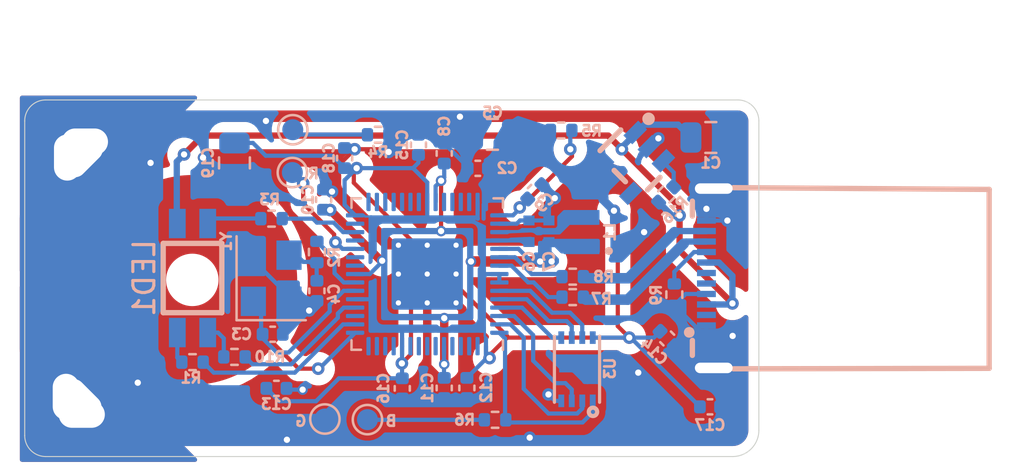
<source format=kicad_pcb>
(kicad_pcb (version 20241229) (generator "pcbnew") (generator_version "9.0")
  (layers (0 "F.Cu" signal) (2 "B.Cu" signal) (13 "F.Paste" user) (15 "B.Paste" user) (5 "F.SilkS" user "F.Silkscreen") (7 "B.SilkS" user "B.Silkscreen") (1 "F.Mask" user) (3 "B.Mask" user) (25 "Edge.Cuts" user))
  (net 0 "")
  (net 1 "VBUS")
  (net 2 "GND")
  (net 3 "+3V3")
  (net 4 "/XIN")
  (net 5 "Net-(C4-Pad1)")
  (net 6 "+1V1")
  (net 7 "/VREG_AVDD")
  (net 8 "/~{USB_BOOT}")
  (net 9 "Net-(R4-Pad1)")
  (net 10 "/RUN")
  (net 11 "/VREG_LX")
  (net 12 "/USB_D+")
  (net 13 "/USB_D-")
  (net 14 "/XOUT")
  (net 15 "/FLASH_SS")
  (net 16 "Net-(U1-USB_DP)")
  (net 17 "Net-(U1-USB_DM)")
  (net 18 "/GPIO2")
  (net 19 "/GPIO22")
  (net 20 "/GPIO5")
  (net 21 "/GPIO17")
  (net 22 "/GPIO19")
  (net 23 "/GPIO3")
  (net 24 "/SWCLK")
  (net 25 "/GPIO23")
  (net 26 "/QSPI_SD2")
  (net 27 "/GPIO21")
  (net 28 "/GPIO15")
  (net 29 "/GPIO8")
  (net 30 "/GPIO9")
  (net 31 "/GPIO27_ADC1")
  (net 32 "/GPIO26_ADC0")
  (net 33 "/GPIO28_ADC2")
  (net 34 "/QSPI_SCLK")
  (net 35 "/GPIO6")
  (net 36 "/QSPI_SD1")
  (net 37 "/GPIO12")
  (net 38 "/GPIO14")
  (net 39 "/GPIO13")
  (net 40 "/GPIO24")
  (net 41 "/GPIO11")
  (net 42 "/SWD")
  (net 43 "/GPIO10")
  (net 44 "/GPIO1")
  (net 45 "/GPIO4")
  (net 46 "/GPIO20")
  (net 47 "/GPIO0")
  (net 48 "/GPIO29_ADC3")
  (net 49 "/GPIO7")
  (net 50 "/QSPI_SD0")
  (net 51 "/GPIO16")
  (net 52 "/GPIO18")
  (net 53 "/QSPI_SD3")
  (net 54 "/GPIO25")
  (net 55 "Net-(USB1-CC1)")
  (net 59 "/3V3_EN")
  (net 61 "Net-(LED1---Pad3)")
  (net 62 "Net-(LED1---Pad4)")
  (net 63 "Net-(LED1---Pad1)")
  (footprint "Components:Button" (layer "F.Cu") (at 191.50226 97.823165)
    (property "Reference" "J1")
    (property "Value" "Button")
  )
  (footprint "Components:Keychain" (layer "F.Cu") (at 185.78 94.995)
    (property "Reference" "H1")
    (property "Value" "Keychain")
  )
  (footprint "Capacitor_SMD:C_0402_1005Metric" (layer "B.Cu") (at 202.27 100.64 90)
    (property "Reference" "C15")
    (property "Value" "100n")
  )
  (footprint "Resistor_SMD:R_0402_1005Metric" (layer "B.Cu") (at 191.5 111)
    (property "Reference" "R1")
    (property "Value" "220")
  )
  (footprint "Resistor_SMD:R_0402_1005Metric" (layer "B.Cu") (at 197.43 105.75 -90)
    (property "Reference" "R2")
    (property "Value" "1k")
  )
  (footprint "Capacitor_SMD:C_0402_1005Metric" (layer "B.Cu") (at 203.5 101.05 90)
    (property "Reference" "C8")
    (property "Value" "100n")
  )
  (footprint "Capacitor_SMD:C_0402_1005Metric" (layer "B.Cu") (at 197.43 107.6 -90)
    (property "Reference" "C4")
    (property "Value" "15p")
  )
  (footprint "Resistor_SMD:R_0402_1005Metric" (layer "B.Cu") (at 214.47 107.78 90)
    (property "Reference" "R9")
    (property "Value" "5.1k")
  )
  (footprint "TestPoint:TestPoint_Pad_D1.0mm" (layer "B.Cu") (at 196.26 101.96)
    (property "Reference" "TP2")
    (property "Value" "RESET")
  )
  (footprint "Capacitor_SMD:C_0402_1005Metric" (layer "B.Cu") (at 203.5 112.23 -90)
    (property "Reference" "C11")
    (property "Value" "100n")
  )
  (footprint "Capacitor_SMD:C_0402_1005Metric" (layer "B.Cu") (at 204.58 112.23 -90)
    (property "Reference" "C12")
    (property "Value" "100n")
  )
  (footprint "RP2350_60QFN_minimal:RP2350-QFN-60-1EP_7x7_P0.4mm_EP3.4x3.4mm_ThermalVias" (layer "B.Cu") (at 202.69 106.8 90)
    (property "Reference" "U1")
    (property "Value" "RP2350_60QFN")
  )
  (footprint "RP2350_60QFN_minimal:C_0402_1005Metric_small_pads" (layer "B.Cu") (at 207.54 104.76 90)
    (property "Reference" "C6")
    (property "Value" "4.7u")
  )
  (footprint "TestPoint:TestPoint_Pad_D1.0mm" (layer "B.Cu") (at 199.84 113.74)
    (property "Reference" "TP4")
    (property "Value" "BOOT_TP")
  )
  (footprint "RP2350_60QFN_minimal:L_pol_2016" (layer "B.Cu") (at 210.05 104.799947 90)
    (property "Reference" "L1")
    (property "Value" "3.3u")
  )
  (footprint "Capacitor_SMD:C_0402_1005Metric" (layer "B.Cu") (at 214.13 109.87 -45)
    (property "Reference" "C14")
    (property "Value" "100n")
  )
  (footprint "Capacitor_SMD:C_0402_1005Metric" (layer "B.Cu") (at 216.17 113.13)
    (property "Reference" "C17")
    (property "Value" "100n")
  )
  (footprint "Resistor_SMD:R_0402_1005Metric" (layer "B.Cu") (at 214.08 103.01 45)
    (property "Reference" "R16")
    (property "Value" "10k")
  )
  (footprint "Resistor_SMD:R_0402_1005Metric" (layer "B.Cu") (at 209.625 107.9 180)
    (property "Reference" "R7")
    (property "Value" "27")
  )
  (footprint "Resistor_SMD:R_0402_1005Metric" (layer "B.Cu") (at 209.625 106.925 180)
    (property "Reference" "R8")
    (property "Value" "27")
  )
  (footprint "Capacitor_SMD:C_0805_2012Metric" (layer "B.Cu") (at 216.21 100.29)
    (property "Reference" "C1")
    (property "Value" "10u")
  )
  (footprint "Resistor_SMD:R_0402_1005Metric" (layer "B.Cu") (at 205.925 113.75 180)
    (property "Reference" "R6")
    (property "Value" "1k")
  )
  (footprint "TestPoint:TestPoint_Pad_D1.0mm" (layer "B.Cu") (at 197.81 113.71)
    (property "Reference" "TP3")
    (property "Value" "GND_TP")
  )
  (footprint "Resistor_SMD:R_0402_1005Metric" (layer "B.Cu") (at 209.075 99.95)
    (property "Reference" "R5")
    (property "Value" "33")
  )
  (footprint "Capacitor_SMD:C_0402_1005Metric" (layer "B.Cu") (at 207.82 102.88 45)
    (property "Reference" "C9")
    (property "Value" "4.7u")
  )
  (footprint "Capacitor_SMD:C_0402_1005Metric" (layer "B.Cu") (at 198.75 101.27 90)
    (property "Reference" "C18")
    (property "Value" "100n")
  )
  (footprint "Capacitor_SMD:C_0402_1005Metric" (layer "B.Cu") (at 205.1 101.76 180)
    (property "Reference" "C2")
    (property "Value" "100n")
  )
  (footprint "Capacitor_SMD:C_0402_1005Metric" (layer "B.Cu") (at 197.75 103.25 90)
    (property "Reference" "C10")
    (property "Value" "4.7u")
  )
  (footprint "Capacitor_SMD:C_0402_1005Metric" (layer "B.Cu") (at 195.5 112.25)
    (property "Reference" "C13")
    (property "Value" "100n")
  )
  (footprint "Resistor_SMD:R_0402_1005Metric" (layer "B.Cu") (at 195.266481 104.158983)
    (property "Reference" "R3")
    (property "Value" "1k")
  )
  (footprint "Crystal:Crystal_SMD_3225-4Pin_3.2x2.5mm" (layer "B.Cu") (at 195.25 107 90)
    (property "Reference" "Y1")
    (property "Value" "ABM8-272-T3")
  )
  (footprint "TestPoint:TestPoint_Pad_D1.0mm" (layer "B.Cu") (at 196.28 99.92 180)
    (property "Reference" "TP1")
    (property "Value" "GND_TP_2")
  )
  (footprint "Capacitor_SMD:C_0805_2012Metric" (layer "B.Cu") (at 205.8 100.14 180)
    (property "Reference" "C5")
    (property "Value" "10u")
  )
  (footprint "Components:LED-SMD_4P-L3.2-W2.8_XZMDKCBDDG45S-9" (layer "B.Cu") (at 191.5 106.99 -90)
    (property "Reference" "LED1")
    (property "Value" "~")
  )
  (footprint "Capacitor_SMD:C_0402_1005Metric" (layer "B.Cu") (at 201.5 112.25 -90)
    (property "Reference" "C16")
    (property "Value" "100n")
  )
  (footprint "Resistor_SMD:R_0402_1005Metric" (layer "B.Cu") (at 193.5 110.75)
    (property "Reference" "R10")
    (property "Value" "1k")
  )
  (footprint "Capacitor_SMD:C_0805_2012Metric" (layer "B.Cu") (at 193.5 101.5 -90)
    (property "Reference" "C19")
    (property "Value" "10u")
  )
  (footprint "RP2350_60QFN_minimal:C_0402_1005Metric_small_pads" (layer "B.Cu") (at 208.49 104.76 90)
    (property "Reference" "C7")
    (property "Value" "4.7u")
  )
  (footprint "Components:USON-8_L3.0-W2.0-P0.50-BL-EP" (layer "B.Cu") (at 209.83025 111.337751 180)
    (property "Reference" "U3")
    (property "Value" "~")
  )
  (footprint "USB-C:USB-C-SMD_U261-121N-4BS2S" (layer "B.Cu") (at 216.5 107 -90)
    (property "Reference" "USB1")
    (property "Value" "~")
  )
  (footprint "Capacitor_SMD:C_0402_1005Metric" (layer "B.Cu") (at 195.32 109.67)
    (property "Reference" "C3")
    (property "Value" "15p")
  )
  (footprint "Resistor_SMD:R_0402_1005Metric" (layer "B.Cu") (at 200.35 100.16)
    (property "Reference" "R4")
    (property "Value" "1k")
  )
  (footprint "Components:SOT-23-5_L2.9-W1.6-P0.95-LS2.8-BR" (layer "B.Cu") (at 212.5 101.5 45)
    (property "Reference" "U2")
    (property "Value" "TPS7A2033PDBVR")
  )
  (gr_arc (start 183.5 99.5) (mid 183.792893 98.792893) (end 184.5 98.5) (stroke (width 0.05)) (layer "Edge.Cuts"))
  (gr_line (start 184.5 115.5) (end 217.25 115.5) (stroke (width 0.05)) (layer "Edge.Cuts"))
  (gr_line (start 218.5 114.25) (end 218.5 99.5) (stroke (width 0.05)) (layer "Edge.Cuts"))
  (gr_line (start 183.5 99.5) (end 183.5 114.5) (stroke (width 0.05)) (layer "Edge.Cuts"))
  (gr_arc (start 217.5 98.5) (mid 218.207107 98.792893) (end 218.5 99.5) (stroke (width 0.05)) (layer "Edge.Cuts"))
  (gr_line (start 217.5 98.5) (end 184.5 98.5) (stroke (width 0.05)) (layer "Edge.Cuts"))
  (gr_arc (start 184.5 115.5) (mid 183.792893 115.207107) (end 183.5 114.5) (stroke (width 0.05)) (layer "Edge.Cuts"))
  (gr_arc (start 218.5 114.25) (mid 218.133883 115.133883) (end 217.25 115.5) (stroke (width 0.05)) (layer "Edge.Cuts"))
  (gr_text "G" (at 197 114.1 0) (layer "B.SilkS") (effects (font (size 0.5 0.5) (thickness 0.125) (bold yes)) (justify left bottom mirror)))
  (gr_text "B" (at 201.3 114.1 0) (layer "B.SilkS") (effects (font (size 0.5 0.5) (thickness 0.125) (bold yes)) (justify left bottom mirror)))
  (gr_text "R" (at 197.6 102.3 0) (layer "B.SilkS") (effects (font (size 0.5 0.5) (thickness 0.125) (bold yes)) (justify left bottom mirror)))
  (segment (start 191.99384 100.199) (end 211.319 100.199) (width 0.3) (layer "F.Cu") (net 1))
  (segment (start 214.72 105.68) (end 217.24 108.2) (width 0.3) (layer "F.Cu") (net 1))
  (segment (start 211.319 100.199) (end 211.97 100.85) (width 0.3) (layer "F.Cu") (net 1))
  (segment (start 214.72 103.6) (end 211.97 100.85) (width 0.3) (layer "F.Cu") (net 1))
  (segment (start 191.09642 101.09642) (end 191.99384 100.199) (width 0.3) (layer "F.Cu") (net 1))
  (segment (start 214.72 103.6) (end 214.72 104.01) (width 0.3) (layer "F.Cu") (net 1))
  (segment (start 214.72 104.01) (end 214.72 105.68) (width 0.3) (layer "F.Cu") (net 1))
  (via (at 191.09642 101.09642) (size 0.6) (drill 0.3) (layers "F.Cu" "B.Cu") (net 1))
  (via (at 211.97 100.85) (size 0.6) (drill 0.3) (layers "F.Cu" "B.Cu") (net 1))
  (via (at 217.24 108.2) (size 0.6) (drill 0.3) (layers "F.Cu" "B.Cu") (net 1))
  (via (at 214.72 104.01) (size 0.6) (drill 0.3) (layers "F.Cu" "B.Cu") (net 1))
  (segment (start 214.649001 99.679) (end 215.260001 100.29) (width 0.3) (layer "B.Cu") (net 1))
  (segment (start 213.047497 99.679) (end 214.649001 99.679) (width 0.3) (layer "B.Cu") (net 1))
  (segment (start 214.72 104.01) (end 214.358752 104.01) (width 0.3) (layer "B.Cu") (net 1))
  (segment (start 217.19 108.25) (end 217.24 108.2) (width 0.3) (layer "B.Cu") (net 1))
  (segment (start 217.24 106.89) (end 217.24 108.2) (width 0.3) (layer "B.Cu") (net 1))
  (segment (start 216.6 106.25) (end 217.24 106.89) (width 0.3) (layer "B.Cu") (net 1))
  (segment (start 212.676066 100.050431) (end 213.047497 99.679) (width 0.3) (layer "B.Cu") (net 1))
  (segment (start 216.000001 106.25) (end 216.6 106.25) (width 0.3) (layer "B.Cu") (net 1))
  (segment (start 190.75 104.365) (end 190.775 104.39) (width 0.3) (layer "B.Cu") (net 1))
  (segment (start 212.606066 100.050431) (end 212.676066 100.050431) (width 0.3) (layer "B.Cu") (net 1))
  (segment (start 216 108.25) (end 217.19 108.25) (width 0.3) (layer "B.Cu") (net 1))
  (segment (start 214.358752 104.01) (end 213.719376 103.370624) (width 0.3) (layer "B.Cu") (net 1))
  (segment (start 211.97 100.756497) (end 212.606066 100.120431) (width 0.3) (layer "B.Cu") (net 1))
  (segment (start 211.97 100.85) (end 211.97 100.756497) (width 0.3) (layer "B.Cu") (net 1))
  (segment (start 191.09642 101.09642) (end 190.75 101.44284) (width 0.3) (layer "B.Cu") (net 1))
  (segment (start 190.75 101.44284) (end 190.75 104.365) (width 0.3) (layer "B.Cu") (net 1))
  (segment (start 212.606066 100.120431) (end 212.606066 100.050431) (width 0.3) (layer "B.Cu") (net 1))
  (segment (start 198.006021 108.454349) (end 198.28537 108.175) (width 0.4) (layer "F.Cu") (net 2))
  (segment (start 197.06 108.54) (end 197.145651 108.454349) (width 0.4) (layer "F.Cu") (net 2))
  (segment (start 201.315 106.8) (end 201.315 105.425) (width 0.4) (layer "F.Cu") (net 2))
  (segment (start 215.9835 110.925001) (end 216.333499 111.275) (width 0.2) (layer "F.Cu") (net 2))
  (segment (start 215.9835 109.75) (end 215.9835 110.000001) (width 0.2) (layer "F.Cu") (net 2))
  (segment (start 204.365 108.475) (end 204.365 112.285) (width 0.4) (layer "F.Cu") (net 2))
  (segment (start 207.575 114.6) (end 206.355 113.38) (width 0.4) (layer "F.Cu") (net 2))
  (segment (start 204.365 112.285) (end 204.064635 112.585365) (width 0.4) (layer "F.Cu") (net 2))
  (segment (start 200.719 100.849) (end 200.85 100.98) (width 0.2) (layer "F.Cu") (net 2))
  (segment (start 206.355 113.38) (end 204.859271 113.38) (width 0.4) (layer "F.Cu") (net 2))
  (segment (start 202.69 106.8) (end 204.64 104.85) (width 0.4) (layer "F.Cu") (net 2))
  (segment (start 202.69 111.210729) (end 204.064635 112.585365) (width 0.4) (layer "F.Cu") (net 2))
  (segment (start 207.1 104.85) (end 208.77 103.18) (width 0.4) (layer "F.Cu") (net 2))
  (segment (start 198.28537 108.175) (end 201.315 108.175) (width 0.4) (layer "F.Cu") (net 2))
  (segment (start 202.69 108.175) (end 202.69 111.210729) (width 0.4) (layer "F.Cu") (net 2))
  (segment (start 198.15 101.929) (end 199.23 100.849) (width 0.2) (layer "F.Cu") (net 2))
  (segment (start 215.9835 110.000001) (end 216.9835 111.000001) (width 0.2) (layer "F.Cu") (net 2))
  (segment (start 204.065 108.175) (end 204.365 108.475) (width 0.4) (layer "F.Cu") (net 2))
  (segment (start 198.15 102.87174) (end 198.17826 102.87174) (width 0.4) (layer "F.Cu") (net 2))
  (segment (start 202.69 108.175) (end 204.065 108.175) (width 0.4) (layer "F.Cu") (net 2))
  (segment (start 197.145651 108.454349) (end 198.006021 108.454349) (width 0.4) (layer "F.Cu") (net 2))
  (segment (start 204.859271 113.38) (end 204.064635 112.585365) (width 0.4) (layer "F.Cu") (net 2))
  (segment (start 215.9835 109.75) (end 215.9835 110.925001) (width 0.2) (layer "F.Cu") (net 2))
  (segment (start 204.64 104.85) (end 207.1 104.85) (width 0.4) (layer "F.Cu") (net 2))
  (segment (start 198.17826 102.87174) (end 200.73152 105.425) (width 0.4) (layer "F.Cu") (net 2))
  (segment (start 199.23 100.849) (end 200.719 100.849) (width 0.2) (layer "F.Cu") (net 2))
  (segment (start 198.15 102.87174) (end 198.15 101.929) (width 0.2) (layer "F.Cu") (net 2))
  (segment (start 200.73152 105.425) (end 201.315 105.425) (width 0.4) (layer "F.Cu") (net 2))
  (via (at 213.71 100.33) (size 0.6) (drill 0.3) (layers "F.Cu" "B.Cu") (net 2))
  (via (at 212.75 111.5) (size 0.6) (drill 0.3) (layers "F.Cu" "B.Cu") (net 2))
  (via (at 192 101.25) (size 0.5) (drill 0.3) (layers "F.Cu" "B.Cu") (net 2))
  (via (at 216 103.69) (size 0.6) (drill 0.3) (layers "F.Cu" "B.Cu") (net 2))
  (via (at 188.89 111.98) (size 0.6) (drill 0.3) (layers "F.Cu" "B.Cu") (net 2))
  (via (at 189.5 101.5) (size 0.6) (drill 0.3) (layers "F.Cu" "B.Cu") (net 2))
  (via (at 199.23 100.849) (size 0.6) (drill 0.3) (layers "F.Cu" "B.Cu") (net 2))
  (via (at 196.75 112.311) (size 0.5) (drill 0.3) (layers "F.Cu" "B.Cu") (net 2))
  (via (at 197.06 108.54) (size 0.6) (drill 0.3) (layers "F.Cu" "B.Cu") (net 2))
  (via (at 213.028798 104.801385) (size 0.6) (drill 0.3) (layers "F.Cu" "B.Cu") (net 2))
  (via (at 196 114.7) (size 0.6) (drill 0.3) (layers "F.Cu" "B.Cu") (net 2))
  (via (at 204.25 99.3) (size 0.6) (drill 0.3) (layers "F.Cu" "B.Cu") (net 2))
  (via (at 208.77 103.18) (size 0.6) (drill 0.3) (layers "F.Cu" "B.Cu") (net 2))
  (via (at 195 99.5) (size 0.6) (drill 0.3) (layers "F.Cu" "B.Cu") (net 2))
  (via (at 217.25 109.75) (size 0.6) (drill 0.3) (layers "F.Cu" "B.Cu") (net 2))
  (via (at 200.85 100.98) (size 0.6) (drill 0.3) (layers "F.Cu" "B.Cu") (net 2))
  (via (at 217 104.25) (size 0.6) (drill 0.3) (layers "F.Cu" "B.Cu") (net 2))
  (via (at 207.575 114.6) (size 0.6) (drill 0.3) (layers "F.Cu" "B.Cu") (net 2))
  (via (at 208.47 112.54) (size 0.6) (drill 0.3) (layers "F.Cu" "B.Cu") (net 2))
  (via (at 198.15 102.87174) (size 0.6) (drill 0.3) (layers "F.Cu" "B.Cu") (net 2))
  (segment (start 216 103.69) (end 216 103.074999) (width 0.2) (layer "B.Cu") (net 2))
  (segment (start 195.8 109.67) (end 195.73 109.6) (width 0.2) (layer "B.Cu") (net 2))
  (segment (start 196.75 112.311) (end 196.041 112.311) (width 0.2) (layer "B.Cu") (net 2))
  (segment (start 196.1 108.1) (end 197.41 108.1) (width 0.2) (layer "B.Cu") (net 2))
  (segment (start 216.000001 107.75) (end 215.009999 107.75) (width 0.2) (layer "B.Cu") (net 2))
  (segment (start 204.62 100.370001) (end 204.850001 100.14) (width 0.2) (layer "B.Cu") (net 2))
  (segment (start 213.71 100.33) (end 213.71 100.36) (width 0.3) (layer "B.Cu") (net 2))
  (segment (start 214.47 108.289999) (end 215.930001 109.75) (width 0.2) (layer "B.Cu") (net 2))
  (segment (start 206.1275 104.4) (end 206.96 104.4) (width 0.2) (layer "B.Cu") (net 2))
  (segment (start 200.85 100.98) (end 200.85 100.169999) (width 0.2) (layer "B.Cu") (net 2))
  (segment (start 197.06 108.54) (end 197.174349 108.54) (width 0.4) (layer "B.Cu") (net 2))
  (segment (start 204.850001 99.900001) (end 204.850001 100.389999) (width 0.2) (layer "B.Cu") (net 2))
  (segment (start 197.85174 102.87174) (end 197.75 102.77) (width 0.2) (layer "B.Cu") (net 2))
  (segment (start 209.080249 112.845251) (end 208.775251 112.845251) (width 0.2) (layer "B.Cu") (net 2))
  (segment (start 216 104.25) (end 217 104.25) (width 0.2) (layer "B.Cu") (net 2))
  (segment (start 197.43 108.284349) (end 197.43 108.08) (width 0.4) (layer "B.Cu") (net 2))
  (segment (start 208.775251 112.845251) (end 208.47 112.54) (width 0.2) (layer "B.Cu") (net 2))
  (segment (start 216 103.074999) (end 216.349999 102.725) (width 0.2) (layer "B.Cu") (net 2))
  (segment (start 216 109.75) (end 217.25 109.75) (width 0.2) (layer "B.Cu") (net 2))
  (segment (start 207.54 104.245) (end 208.49 104.245) (width 0.2) (layer "B.Cu") (net 2))
  (segment (start 215.009999 107.75) (end 214.47 108.289999) (width 0.2) (layer "B.Cu") (net 2))
  (segment (start 208.49 103.46) (end 208.77 103.18) (width 0.2) (layer "B.Cu") (net 2))
  (segment (start 208.49 104.245) (end 208.49 103.46) (width 0.2) (layer "B.Cu") (net 2))
  (segment (start 216 109.25) (end 216 110.925001) (width 0.2) (layer "B.Cu") (net 2))
  (segment (start 198.809 100.849) (end 198.75 100.79) (width 0.2) (layer "B.Cu") (net 2))
  (segment (start 215.930001 109.75) (end 216 109.75) (width 0.2) (layer "B.Cu") (net 2))
  (segment (start 195.73 108.47) (end 196.1 108.1) (width 0.2) (layer "B.Cu") (net 2))
  (segment (start 216 104.25) (end 216 103.69) (width 0.2) (layer "B.Cu") (net 2))
  (segment (start 208.159411 102.569411) (end 208.77 103.18) (width 0.2) (layer "B.Cu") (net 2))
  (segment (start 206.96 104.4) (end 207.115 104.245) (width 0.2) (layer "B.Cu") (net 2))
  (segment (start 198.15 102.87174) (end 197.85174 102.87174) (width 0.2) (layer "B.Cu") (net 2))
  (segment (start 194.4 105.9) (end 194.4 106.15) (width 0.2) (layer "B.Cu") (net 2))
  (segment (start 197.41 108.1) (end 197.43 108.08) (width 0.2) (layer "B.Cu") (net 2))
  (segment (start 200.85 100.169999) (end 200.859999 100.16) (width 0.2) (layer "B.Cu") (net 2))
  (segment (start 199.23 100.849) (end 198.809 100.849) (width 0.2) (layer "B.Cu") (net 2))
  (segment (start 197.174349 108.54) (end 197.43 108.284349) (width 0.4) (layer "B.Cu") (net 2))
  (segment (start 204.25 99.3) (end 204.850001 99.900001) (width 0.2) (layer "B.Cu") (net 2))
  (segment (start 213.71 100.36) (end 213.347817 100.722183) (width 0.3) (layer "B.Cu") (net 2))
  (segment (start 204.62 101.76) (end 204.62 101.69) (width 0.2) (layer "B.Cu") (net 2))
  (segment (start 204.62 101.76) (end 204.62 100.370001) (width 0.2) (layer "B.Cu") (net 2))
  (segment (start 196.1 107.85) (end 196.1 108.1) (width 0.2) (layer "B.Cu") (net 2))
  (segment (start 204.850001 100.389999) (end 204.62 100.62) (width 0.2) (layer "B.Cu") (net 2))
  (segment (start 216 110.925001) (end 216.349999 111.275) (width 0.2) (layer "B.Cu") (net 2))
  (segment (start 194.4 106.15) (end 196.1 107.85) (width 0.2) (layer "B.Cu") (net 2))
  (segment (start 213.347817 100.722183) (end 213.277817 100.722183) (width 0.3) (layer "B.Cu") (net 2))
  (segment (start 204.62 101.69) (end 203.5 100.57) (width 0.2) (layer "B.Cu") (net 2))
  (segment (start 195.73 109.6) (end 195.73 108.47) (width 0.2) (layer "B.Cu") (net 2))
  (segment (start 204.62 100.62) (end 204.62 101.76) (width 0.2) (layer "B.Cu") (net 2))
  (segment (start 207.115 104.245) (end 207.54 104.245) (width 0.2) (layer "B.Cu") (net 2))
  (segment (start 196.041 112.311) (end 195.98 112.25) (width 0.2) (layer "B.Cu") (net 2))
  (segment (start 208.159411 102.540589) (end 208.159411 102.569411) (width 0.2) (layer "B.Cu") (net 2))
  (segment (start 212.32 109.830251) (end 206.499749 109.830251) (width 0.2) (layer "F.Cu") (net 3))
  (segment (start 199.189943 102.45) (end 201.916 105.176057) (width 0.2) (layer "F.Cu") (net 3))
  (segment (start 201.916 105.176057) (end 201.916 107.45) (width 0.2) (layer "F.Cu") (net 3))
  (segment (start 211.591 103.781) (end 211.775 103.965) (width 0.2) (layer "F.Cu") (net 3))
  (segment (start 201.916 107.45) (end 201.916 110.622213) (width 0.2) (layer "F.Cu") (net 3))
  (segment (start 206.499749 109.830251) (end 205.660522 110.669478) (width 0.2) (layer "F.Cu") (net 3))
  (segment (start 201.916 110.622213) (end 201.480682 111.057531) (width 0.2) (layer "F.Cu") (net 3))
  (segment (start 205.660522 110.669478) (end 205.660522 110.805354) (width 0.2) (layer "F.Cu") (net 3))
  (segment (start 211.775 103.965) (end 211.775 109.285251) (width 0.2) (layer "F.Cu") (net 3))
  (segment (start 206.499749 109.759806) (end 206.499749 109.830251) (width 0.2) (layer "F.Cu") (net 3))
  (segment (start 201.916 107.45) (end 204.189943 107.45) (width 0.2) (layer "F.Cu") (net 3))
  (segment (start 211.775 109.285251) (end 212.32 109.830251) (width 0.2) (layer "F.Cu") (net 3))
  (segment (start 204.189943 107.45) (end 206.499749 109.759806) (width 0.2) (layer "F.Cu") (net 3))
  (segment (start 199.189943 101.885057) (end 199.189943 102.45) (width 0.2) (layer "F.Cu") (net 3))
  (segment (start 199.325 101.75) (end 199.189943 101.885057) (width 0.2) (layer "F.Cu") (net 3))
  (via (at 212.32 109.830251) (size 0.6) (drill 0.3) (layers "F.Cu" "B.Cu") (net 3))
  (via (at 199.325 101.75) (size 0.6) (drill 0.3) (layers "F.Cu" "B.Cu") (net 3))
  (via (at 211.591 103.781) (size 0.6) (drill 0.3) (layers "F.Cu" "B.Cu") (net 3))
  (via (at 205.660522 110.805354) (size 0.6) (drill 0.3) (layers "F.Cu" "B.Cu") (net 3))
  (via (at 201.480682 111.057531) (size 0.6) (drill 0.3) (layers "F.Cu" "B.Cu") (net 3))
  (segment (start 195.631 112.861) (end 197.389 112.861) (width 0.2) (layer "B.Cu") (net 3))
  (segment (start 202.27 101.49) (end 202.01 101.75) (width 0.2) (layer "B.Cu") (net 3))
  (segment (start 202.01 101.75) (end 198.75 101.75) (width 0.2) (layer "B.Cu") (net 3))
  (segment (start 199.2525 108.000001) (end 200.05 108.000001) (width 0.2) (layer "B.Cu") (net 3))
  (segment (start 211.591 103.781) (end 211.050431 103.240431) (width 0.4) (layer "B.Cu") (net 3))
  (segment (start 198.75 103.497501) (end 199.252499 104) (width 0.2) (layer "B.Cu") (net 3))
  (segment (start 205.09 104.15) (end 205.1 104.16) (width 0.2) (layer "B.Cu") (net 3))
  (segment (start 201.489999 110.2375) (end 201.489999 109.469999) (width 0.2) (layer "B.Cu") (net 3))
  (segment (start 199.325 101.75) (end 198.75 101.75) (width 0.2) (layer "B.Cu") (net 3))
  (segment (start 205.5 106.8) (end 205.42 106.88) (width 0.2) (layer "B.Cu") (net 3))
  (segment (start 212.390251 109.830251) (end 215.69 113.13) (width 0.2) (layer "B.Cu") (net 3))
  (segment (start 198.75 102.325) (end 198.75 103.497501) (width 0.2) (layer "B.Cu") (net 3))
  (segment (start 205.660522 110.805354) (end 205.491 110.635832) (width 0.2) (layer "B.Cu") (net 3))
  (segment (start 206.1275 107.2) (end 206.127501 106.8) (width 0.2) (layer "B.Cu") (net 3))
  (segment (start 202.69 102.43) (end 202.01 101.75) (width 0.2) (layer "B.Cu") (net 3))
  (segment (start 199.252499 104) (end 199.677963 104) (width 0.11) (layer "B.Cu") (net 3))
  (segment (start 194.991001 101.159) (end 194.382002 100.550001) (width 0.2) (layer "B.Cu") (net 3))
  (segment (start 201.489999 111.759999) (end 201.5 111.77) (width 0.2) (layer "B.Cu") (net 3))
  (segment (start 194.382002 100.550001) (end 193.5 100.550001) (width 0.2) (layer "B.Cu") (net 3))
  (segment (start 205.491 110.635832) (end 205.491 110.237501) (width 0.2) (layer "B.Cu") (net 3))
  (segment (start 204.58 111.75) (end 205.524646 110.805354) (width 0.2) (layer "B.Cu") (net 3))
  (segment (start 205.09 103.3625) (end 205.09 104.15) (width 0.2) (layer "B.Cu") (net 3))
  (segment (start 199.325 101.75) (end 198.75 102.325) (width 0.2) (layer "B.Cu") (net 3))
  (segment (start 202.69 103.362499) (end 202.69 104.11) (width 0.2) (layer "B.Cu") (net 3))
  (segment (start 200.035999 104.055999) (end 200.17 104.19) (width 0.11) (layer "B.Cu") (net 3))
  (segment (start 210.580251 109.830251) (end 212.32 109.830251) (width 0.2) (layer "B.Cu") (net 3))
  (segment (start 211.050431 103.240431) (end 211.050431 101.606066) (width 0.4) (layer "B.Cu") (net 3))
  (segment (start 213.490927 109.830251) (end 213.790589 109.530589) (width 0.2) (layer "B.Cu") (net 3))
  (segment (start 206.1275 105.2) (end 205.35 105.2) (width 0.2) (layer "B.Cu") (net 3))
  (segment (start 206.127501 106.8) (end 205.5 106.8) (width 0.2) (layer "B.Cu") (net 3))
  (segment (start 198.75 101.75) (end 198.159 101.159) (width 0.2) (layer "B.Cu") (net 3))
  (segment (start 212.32 109.830251) (end 212.390251 109.830251) (width 0.2) (layer "B.Cu") (net 3))
  (segment (start 205.38 103.472499) (end 205.38 104.16) (width 0.2) (layer "B.Cu") (net 3))
  (segment (start 199.733962 104.055999) (end 200.035999 104.055999) (width 0.11) (layer "B.Cu") (net 3))
  (segment (start 198.159 101.159) (end 194.991001 101.159) (width 0.2) (layer "B.Cu") (net 3))
  (segment (start 199.677963 104) (end 199.733962 104.055999) (width 0.11) (layer "B.Cu") (net 3))
  (segment (start 201.489999 109.469999) (end 201.48 109.46) (width 0.2) (layer "B.Cu") (net 3))
  (segment (start 202.69 103.362499) (end 202.69 102.43) (width 0.2) (layer "B.Cu") (net 3))
  (segment (start 205.49 110.237501) (end 205.49 109.819109) (width 0.11) (layer "B.Cu") (net 3))
  (segment (start 212.32 109.830251) (end 213.490927 109.830251) (width 0.2) (layer "B.Cu") (net 3))
  (segment (start 198.48 111.77) (end 201.5 111.77) (width 0.2) (layer "B.Cu") (net 3))
  (segment (start 202.27 101.12) (end 202.27 101.49) (width 0.2) (layer "B.Cu") (net 3))
  (segment (start 205.49 109.819109) (end 205.434001 109.76311) (width 0.11) (layer "B.Cu") (net 3))
  (segment (start 195.02 112.25) (end 195.631 112.861) (width 0.2) (layer "B.Cu") (net 3))
  (segment (start 197.389 112.861) (end 198.48 111.77) (width 0.2) (layer "B.Cu") (net 3))
  (segment (start 205.434001 109.76311) (end 205.434001 109.354001) (width 0.11) (layer "B.Cu") (net 3))
  (segment (start 201.489999 110.2375) (end 201.489999 111.759999) (width 0.2) (layer "B.Cu") (net 3))
  (segment (start 205.524646 110.805354) (end 205.660522 110.805354) (width 0.2) (layer "B.Cu") (net 3))
  (segment (start 198.701 107.6) (end 198.041 108.26) (width 0.2) (layer "B.Cu") (net 4))
  (segment (start 194.77 109.6) (end 194.77 108.47) (width 0.2) (layer "B.Cu") (net 4))
  (segment (start 194.84 109.67) (end 194.77 109.6) (width 0.2) (layer "B.Cu") (net 4))
  (segment (start 199.2525 107.6) (end 198.701 107.6) (width 0.2) (layer "B.Cu") (net 4))
  (segment (start 195.52 110.54) (end 194.84 109.86) (width 0.2) (layer "B.Cu") (net 4))
  (segment (start 196.08 110.54) (end 195.52 110.54) (width 0.2) (layer "B.Cu") (net 4))
  (segment (start 198.041 108.579) (end 196.08 110.54) (width 0.2) (layer "B.Cu") (net 4))
  (segment (start 198.041 108.26) (end 198.041 108.579) (width 0.2) (layer "B.Cu") (net 4))
  (segment (start 194.84 109.86) (end 194.84 109.67) (width 0.2) (layer "B.Cu") (net 4))
  (segment (start 194.77 108.47) (end 194.4 108.1) (width 0.2) (layer "B.Cu") (net 4))
  (segment (start 197.129999 106.259999) (end 197.43 106.259999) (width 0.2) (layer "B.Cu") (net 5))
  (segment (start 197.42 106.269999) (end 197.43 106.259999) (width 0.2) (layer "B.Cu") (net 5))
  (segment (start 196.46 105.9) (end 196.78 106.22) (width 0.2) (layer "B.Cu") (net 5))
  (segment (start 196.1 105.9) (end 196.56 106.36) (width 0.2) (layer "B.Cu") (net 5))
  (segment (start 196.1 105.9) (end 196.46 105.9) (width 0.2) (layer "B.Cu") (net 5))
  (segment (start 196.78 106.22) (end 197.09 106.22) (width 0.2) (layer "B.Cu") (net 5))
  (segment (start 197.09 106.22) (end 197.129999 106.259999) (width 0.2) (layer "B.Cu") (net 5))
  (segment (start 197.42 107.11) (end 197.42 106.269999) (width 0.2) (layer "B.Cu") (net 5))
  (segment (start 197.43 107.12) (end 197.42 107.11) (width 0.2) (layer "B.Cu") (net 5))
  (segment (start 203.35 102.35) (end 203.35 104.75) (width 0.2) (layer "F.Cu") (net 6))
  (segment (start 204.775 106.2) (end 207.95 106.2) (width 0.5) (layer "F.Cu") (net 6))
  (segment (start 198.615 104.295) (end 200.485232 106.165232) (width 0.4) (layer "F.Cu") (net 6))
  (segment (start 198.063285 103.748129) (end 198.610156 104.295) (width 0.4) (layer "F.Cu") (net 6))
  (segment (start 198.610156 104.295) (end 198.615 104.295) (width 0.4) (layer "F.Cu") (net 6))
  (segment (start 203.498655 111.09873) (end 203.5 111.097385) (width 0.4) (layer "F.Cu") (net 6))
  (segment (start 208.07 106.2) (end 208.62 106.2) (width 0.5) (layer "F.Cu") (net 6))
  (segment (start 203.5 111.097385) (end 203.5 108.9) (width 0.4) (layer "F.Cu") (net 6))
  (segment (start 198.063285 103.746715) (end 198.063285 103.748129) (width 0.4) (layer "F.Cu") (net 6))
  (segment (start 200.485232 106.165232) (end 200.54 106.165232) (width 0.4) (layer "F.Cu") (net 6))
  (via (at 198.063285 103.746715) (size 0.6) (drill 0.3) (layers "F.Cu" "B.Cu") (net 6))
  (via (at 208.07 106.2) (size 0.5) (drill 0.3) (layers "F.Cu" "B.Cu") (net 6))
  (via (at 203.5 108.9) (size 0.5) (drill 0.3) (layers "F.Cu" "B.Cu") (net 6))
  (via (at 208.62 106.2) (size 0.5) (drill 0.3) (layers "F.Cu" "B.Cu") (net 6))
  (via (at 200.54 106.165232) (size 0.5) (drill 0.3) (layers "F.Cu" "B.Cu") (net 6))
  (via (at 203.35 104.75) (size 0.5) (drill 0.3) (layers "F.Cu" "B.Cu") (net 6))
  (via (at 203.35 102.35) (size 0.5) (drill 0.3) (layers "F.Cu" "B.Cu") (net 6))
  (via (at 203.498655 111.09873) (size 0.5) (drill 0.3) (layers "F.Cu" "B.Cu") (net 6))
  (via (at 204.775 106.2) (size 0.5) (drill 0.3) (layers "F.Cu" "B.Cu") (net 6))
  (segment (start 203.49 111.74) (end 203.5 111.75) (width 0.2) (layer "B.Cu") (net 6))
  (segment (start 200.54 106.21) (end 199.95 106.8) (width 0.2) (layer "B.Cu") (net 6))
  (segment (start 203.49 110.2375) (end 203.49 111.74) (width 0.2) (layer "B.Cu") (net 6))
  (segment (start 203.5 101.53) (end 203.5 102.2) (width 0.2) (layer "B.Cu") (net 6))
  (segment (start 203.09 102.61) (end 203.09 103.3625) (width 0.2) (layer "B.Cu") (net 6))
  (segment (start 198.063285 103.746715) (end 197.766715 103.746715) (width 0.4) (layer "B.Cu") (net 6))
  (segment (start 203.09 102.61) (end 203.35 102.35) (width 0.2) (layer "B.Cu") (net 6))
  (segment (start 197.766715 103.746715) (end 197.75 103.73) (width 0.4) (layer "B.Cu") (net 6))
  (segment (start 207.639 106.2) (end 208.07 106.2) (width 0.2) (layer "B.Cu") (net 6))
  (segment (start 199.95 106.8) (end 199.252499 106.8) (width 0.2) (layer "B.Cu") (net 6))
  (segment (start 203.5 102.2) (end 203.35 102.35) (width 0.2) (layer "B.Cu") (net 6))
  (segment (start 207.038999 105.599999) (end 207.639 106.2) (width 0.2) (layer "B.Cu") (net 6))
  (segment (start 200.54 106.165232) (end 200.54 106.21) (width 0.2) (layer "B.Cu") (net 6))
  (segment (start 206.1275 105.599999) (end 207.038999 105.599999) (width 0.2) (layer "B.Cu") (net 6))
  (segment (start 209.59 100.929) (end 209.59 101.19) (width 0.2) (layer "F.Cu") (net 7))
  (segment (start 209.59 101.19) (end 207.157179 103.622821) (width 0.2) (layer "F.Cu") (net 7))
  (segment (start 207.157179 103.622821) (end 207.099733 103.622821) (width 0.2) (layer "F.Cu") (net 7))
  (segment (start 209.51 100.849) (end 209.59 100.929) (width 0.2) (layer "F.Cu") (net 7))
  (via (at 209.51 100.849) (size 0.6) (drill 0.3) (layers "F.Cu" "B.Cu") (net 7))
  (via (at 207.099733 103.622821) (size 0.6) (drill 0.3) (layers "F.Cu" "B.Cu") (net 7))
  (segment (start 209.51 100.025) (end 209.585 99.95) (width 0.2) (layer "B.Cu") (net 7))
  (segment (start 206.78 104) (end 206.127501 104) (width 0.2) (layer "B.Cu") (net 7))
  (segment (start 207.480589 103.241965) (end 207.099733 103.622821) (width 0.2) (layer "B.Cu") (net 7))
  (segment (start 207.099733 103.680267) (end 206.78 104) (width 0.2) (layer "B.Cu") (net 7))
  (segment (start 207.099733 103.622821) (end 207.099733 103.680267) (width 0.2) (layer "B.Cu") (net 7))
  (segment (start 207.480589 103.219411) (end 207.480589 103.241965) (width 0.2) (layer "B.Cu") (net 7))
  (segment (start 209.51 100.849) (end 209.51 100.025) (width 0.2) (layer "B.Cu") (net 7))
  (segment (start 207.099733 103.622821) (end 207.157179 103.622821) (width 0.2) (layer "B.Cu") (net 7))
  (segment (start 207.157179 103.622821) (end 207.480589 103.299411) (width 0.2) (layer "B.Cu") (net 7))
  (segment (start 199.84 113.74) (end 199.85 113.75) (width 0.2) (layer "B.Cu") (net 8))
  (segment (start 199.85 113.75) (end 205.415001 113.75) (width 0.2) (layer "B.Cu") (net 8))
  (segment (start 196.28 99.92) (end 196.51 100.15) (width 0.2) (layer "B.Cu") (net 9))
  (segment (start 199.830001 100.15) (end 199.840001 100.16) (width 0.2) (layer "B.Cu") (net 9))
  (segment (start 196.51 100.15) (end 199.830001 100.15) (width 0.2) (layer "B.Cu") (net 9))
  (segment (start 198.25 105.18) (end 198.25 104.910131) (width 0.2) (layer "F.Cu") (net 10))
  (segment (start 198.25 104.910131) (end 196.775 103.435131) (width 0.2) (layer "F.Cu") (net 10))
  (segment (start 198.316064 105.246064) (end 198.25 105.18) (width 0.2) (layer "F.Cu") (net 10))
  (segment (start 198.316064 105.287537) (end 198.316064 105.246064) (width 0.2) (layer "F.Cu") (net 10))
  (segment (start 196.775 103.435131) (end 196.775 102.475) (width 0.2) (layer "F.Cu") (net 10))
  (via (at 198.316064 105.287537) (size 0.6) (drill 0.3) (layers "F.Cu" "B.Cu") (net 10))
  (via (at 196.775 102.475) (size 0.6) (drill 0.3) (layers "F.Cu" "B.Cu") (net 10))
  (segment (start 198.337537 105.287537) (end 198.649999 105.599999) (width 0.2) (layer "B.Cu") (net 10))
  (segment (start 198.649999 105.599999) (end 199.2525 105.599999) (width 0.2) (layer "B.Cu") (net 10))
  (segment (start 196.775 102.475) (end 196.26 101.96) (width 0.2) (layer "B.Cu") (net 10))
  (segment (start 198.316064 105.287537) (end 198.337537 105.287537) (width 0.2) (layer "B.Cu") (net 10))
  (segment (start 212.251364 108.02) (end 214.920364 105.351) (width 0.5) (layer "B.Cu") (net 12))
  (segment (start 215.021363 105.250001) (end 214.920364 105.351) (width 0.3) (layer "B.Cu") (net 12))
  (segment (start 210.134999 107.9) (end 210.254999 108.02) (width 0.5) (layer "B.Cu") (net 12))
  (segment (start 210.254999 108.02) (end 212.251364 108.02) (width 0.5) (layer "B.Cu") (net 12))
  (segment (start 216 105.250001) (end 215.021363 105.250001) (width 0.3) (layer "B.Cu") (net 12))
  (segment (start 210.134999 106.925) (end 210.209999 107) (width 0.5) (layer "B.Cu") (net 13))
  (segment (start 212.28 107) (end 214.48 104.8) (width 0.5) (layer "B.Cu") (net 13))
  (segment (start 214.53 104.75) (end 214.48 104.8) (width 0.3) (layer "B.Cu") (net 13))
  (segment (start 210.209999 107) (end 212.28 107) (width 0.5) (layer "B.Cu") (net 13))
  (segment (start 216 104.75) (end 214.53 104.75) (width 0.3) (layer "B.Cu") (net 13))
  (segment (start 197.43 105.240001) (end 197.640001 105.450002) (width 0.2) (layer "B.Cu") (net 14))
  (segment (start 198.27 106.76) (end 198.71 107.2) (width 0.2) (layer "B.Cu") (net 14))
  (segment (start 198.71 107.2) (end 199.2525 107.2) (width 0.2) (layer "B.Cu") (net 14))
  (segment (start 198.27 106.09) (end 198.27 106.76) (width 0.2) (layer "B.Cu") (net 14))
  (segment (start 197.640001 105.450002) (end 197.640001 105.460001) (width 0.2) (layer "B.Cu") (net 14))
  (segment (start 197.640001 105.460001) (end 198.27 106.09) (width 0.2) (layer "B.Cu") (net 14))
  (segment (start 206.127501 109.6) (end 206.399999 109.872498) (width 0.2) (layer "B.Cu") (net 15))
  (segment (start 210.580251 113.38725) (end 210.092501 113.875) (width 0.2) (layer "B.Cu") (net 15))
  (segment (start 206.559999 113.875) (end 206.434999 113.75) (width 0.2) (layer "B.Cu") (net 15))
  (segment (start 210.580251 112.845251) (end 210.580251 113.38725) (width 0.2) (layer "B.Cu") (net 15))
  (segment (start 206.399999 109.872498) (end 206.399999 113.715) (width 0.2) (layer "B.Cu") (net 15))
  (segment (start 210.092501 113.875) (end 206.559999 113.875) (width 0.2) (layer "B.Cu") (net 15))
  (segment (start 206.399999 113.715) (end 206.434999 113.75) (width 0.2) (layer "B.Cu") (net 15))
  (segment (start 208.001 107.4339) (end 208.4671 107.9) (width 0.2) (layer "B.Cu") (net 16))
  (segment (start 207.504 107.199) (end 207.7661 107.199) (width 0.2) (layer "B.Cu") (net 16))
  (segment (start 208.4671 107.9) (end 209.115001 107.9) (width 0.2) (layer "B.Cu") (net 16))
  (segment (start 206.705 106.4) (end 207.504 107.199) (width 0.2) (layer "B.Cu") (net 16))
  (segment (start 206.1275 106.4) (end 206.705 106.4) (width 0.2) (layer "B.Cu") (net 16))
  (segment (start 207.7661 107.199) (end 208.001 107.4339) (width 0.2) (layer "B.Cu") (net 16))
  (segment (start 207.6699 106.798) (end 206.8719 106) (width 0.2) (layer "B.Cu") (net 17))
  (segment (start 209.115001 106.925) (end 208.988001 106.798) (width 0.2) (layer "B.Cu") (net 17))
  (segment (start 206.8719 106) (end 206.1275 106) (width 0.2) (layer "B.Cu") (net 17))
  (segment (start 208.988001 106.798) (end 207.6699 106.798) (width 0.2) (layer "B.Cu") (net 17))
  (segment (start 198.68 104.8) (end 198.227715 104.347715) (width 0.2) (layer "B.Cu") (net 21))
  (segment (start 197.241433 104.158983) (end 195.776481 104.158983) (width 0.2) (layer "B.Cu") (net 21))
  (segment (start 199.2525 104.8) (end 198.68 104.8) (width 0.2) (layer "B.Cu") (net 21))
  (segment (start 198.227715 104.347715) (end 197.430165 104.347715) (width 0.2) (layer "B.Cu") (net 21))
  (segment (start 197.430165 104.347715) (end 197.241433 104.158983) (width 0.2) (layer "B.Cu") (net 21))
  (segment (start 207.74 109.71) (end 207.74 110.93) (width 0.2) (layer "B.Cu") (net 26))
  (segment (start 206.1275 108.8) (end 206.83 108.8) (width 0.2) (layer "B.Cu") (net 26))
  (segment (start 209.276998 112) (end 209.58025 112.303252) (width 0.2) (layer "B.Cu") (net 26))
  (segment (start 206.83 108.8) (end 207.74 109.71) (width 0.2) (layer "B.Cu") (net 26))
  (segment (start 207.74 110.93) (end 208.81 112) (width 0.2) (layer "B.Cu") (net 26))
  (segment (start 209.58025 112.303252) (end 209.58025 112.845251) (width 0.2) (layer "B.Cu") (net 26))
  (segment (start 208.81 112) (end 209.276998 112) (width 0.2) (layer "B.Cu") (net 26))
  (segment (start 198.43 108.8789) (end 198.275 109.0339) (width 0.2) (layer "B.Cu") (net 28))
  (segment (start 198.43 108.68) (end 198.43 108.8789) (width 0.2) (layer "B.Cu") (net 28))
  (segment (start 198.71 108.4) (end 198.43 108.68) (width 0.2) (layer "B.Cu") (net 28))
  (segment (start 196.2099 111.099) (end 194.359 111.099) (width 0.2) (layer "B.Cu") (net 28))
  (segment (start 199.2525 108.4) (end 198.71 108.4) (width 0.2) (layer "B.Cu") (net 28))
  (segment (start 198.275 109.0339) (end 196.2099 111.099) (width 0.2) (layer "B.Cu") (net 28))
  (segment (start 194.359 111.099) (end 194.01 110.75) (width 0.2) (layer "B.Cu") (net 28))
  (segment (start 208.4749 109.042) (end 207.432901 108.000001) (width 0.2) (layer "B.Cu") (net 34))
  (segment (start 209.333998 109.042) (end 208.4749 109.042) (width 0.2) (layer "B.Cu") (net 34))
  (segment (start 209.58025 109.830251) (end 209.58025 109.288252) (width 0.2) (layer "B.Cu") (net 34))
  (segment (start 207.432901 108.000001) (end 206.1275 108.000001) (width 0.2) (layer "B.Cu") (net 34))
  (segment (start 209.58025 109.288252) (end 209.333998 109.042) (width 0.2) (layer "B.Cu") (net 34))
  (segment (start 206.661389 109.2) (end 207.29 109.828611) (width 0.2) (layer "B.Cu") (net 36))
  (segment (start 210.08025 113.20975) (end 210.08025 112.845251) (width 0.2) (layer "B.Cu") (net 36))
  (segment (start 209.84 113.45) (end 210.08025 113.20975) (width 0.2) (layer "B.Cu") (net 36))
  (segment (start 207.29 109.828611) (end 207.29 112.27) (width 0.2) (layer "B.Cu") (net 36))
  (segment (start 207.29 112.27) (end 208.47 113.45) (width 0.2) (layer "B.Cu") (net 36))
  (segment (start 208.47 113.45) (end 209.84 113.45) (width 0.2) (layer "B.Cu") (net 36))
  (segment (start 206.1275 109.2) (end 206.661389 109.2) (width 0.2) (layer "B.Cu") (net 36))
  (segment (start 196.56 111.31) (end 194.469069 109.219069) (width 0.2) (layer "F.Cu") (net 37))
  (segment (start 194.469069 109.219069) (end 194.469069 105.5) (width 0.2) (layer "F.Cu") (net 37))
  (segment (start 197.49 111.31) (end 196.56 111.31) (width 0.2) (layer "F.Cu") (net 37))
  (via (at 197.49 111.31) (size 0.6) (drill 0.3) (layers "F.Cu" "B.Cu") (net 37))
  (segment (start 197.542499 111.31) (end 197.49 111.31) (width 0.2) (layer "B.Cu") (net 37))
  (segment (start 199.252499 109.6) (end 197.542499 111.31) (width 0.2) (layer "B.Cu") (net 37))
  (segment (start 192.51 111.5) (end 196.376 111.5) (width 0.2) (layer "B.Cu") (net 39))
  (segment (start 196.376 111.5) (end 198.676 109.2) (width 0.2) (layer "B.Cu") (net 39))
  (segment (start 192.01 111) (end 192.51 111.5) (width 0.2) (layer "B.Cu") (net 39))
  (segment (start 198.676 109.2) (end 199.2525 109.2) (width 0.2) (layer "B.Cu") (net 39))
  (segment (start 206.1275 108.4) (end 207.21 108.4) (width 0.2) (layer "B.Cu") (net 50))
  (segment (start 207.21 108.4) (end 208.640251 109.830251) (width 0.2) (layer "B.Cu") (net 50))
  (segment (start 208.640251 109.830251) (end 209.080249 109.830251) (width 0.2) (layer "B.Cu") (net 50))
  (segment (start 210.08025 109.830251) (end 210.08025 109.221152) (width 0.2) (layer "B.Cu") (net 53))
  (segment (start 209.500098 108.641) (end 208.641 108.641) (width 0.2) (layer "B.Cu") (net 53))
  (segment (start 207.6 107.6) (end 206.1275 107.6) (width 0.2) (layer "B.Cu") (net 53))
  (segment (start 210.08025 109.221152) (end 209.500098 108.641) (width 0.2) (layer "B.Cu") (net 53))
  (segment (start 208.641 108.641) (end 207.6 107.6) (width 0.2) (layer "B.Cu") (net 53))
  (segment (start 215.41 105.75) (end 214.47 106.69) (width 0.2) (layer "B.Cu") (net 55))
  (segment (start 214.47 106.69) (end 214.47 107.270001) (width 0.2) (layer "B.Cu") (net 55))
  (segment (start 216 105.75) (end 215.41 105.75) (width 0.2) (layer "B.Cu") (net 55))
  (segment (start 214.440624 102.649376) (end 214.440624 101.954989) (width 0.2) (layer "B.Cu") (net 59))
  (segment (start 214.440624 101.954989) (end 213.949569 101.463934) (width 0.2) (layer "B.Cu") (net 59))
  (segment (start 213.949569 101.463934) (end 213.949569 101.393934) (width 0.2) (layer "B.Cu") (net 59))
  (segment (start 194.747498 104.15) (end 194.756481 104.158983) (width 0.2) (layer "B.Cu") (net 61))
  (segment (start 192.465 104.15) (end 194.747498 104.15) (width 0.2) (layer "B.Cu") (net 61))
  (segment (start 192.225 104.39) (end 192.465 104.15) (width 0.2) (layer "B.Cu") (net 61))
  (segment (start 192.99 109.865) (end 192.715 109.59) (width 0.2) (layer "B.Cu") (net 62))
  (segment (start 192.715 109.59) (end 192.225 109.59) (width 0.2) (layer "B.Cu") (net 62))
  (segment (start 192.99 110.75) (end 192.99 109.865) (width 0.2) (layer "B.Cu") (net 62))
  (segment (start 190.775 110.785) (end 190.99 111) (width 0.2) (layer "B.Cu") (net 63))
  (segment (start 190.775 109.8) (end 190.775 110.785) (width 0.2) (layer "B.Cu") (net 63))
  (zone (net 2) (net_name "GND") (layers "F.Cu" "B.Cu") (connect_pads yes (clearance 0.5)) (min_thickness 0.25) (fill yes (thermal_gap 0.5) (thermal_bridge_width 0.5))
    (polygon (pts (xy 183.48792 98.527374) (xy 183.462924 115.5) (xy 218.5 115.5) (xy 218.5 98.5)))
  )
  (zone (net 6) (net_name "+1V1") (layer "B.Cu") (priority 3) (connect_pads (clearance 0.15)) (min_thickness 0.2) (fill yes (thermal_gap 0.3) (thermal_bridge_width 0.3))
    (polygon (pts (xy 204.890034 104.602464) (xy 204.890034 109.002463) (xy 200.490036 109.002463) (xy 200.490035 104.602464)))
  )
  (zone (net 6) (net_name "+1V1") (layer "B.Cu") (priority 6) (connect_pads yes (clearance 0.15)) (min_thickness 0.15) (fill yes (thermal_gap 0.5) (thermal_bridge_width 0.5))
    (polygon (pts (xy 208.17 105.119999) (xy 209.545 105.12) (xy 210.919999 105.119999) (xy 210.920002 105.819999) (xy 209.069999 105.820001) (xy 208.770001 105.519999) (xy 208.620001 105.519999) (xy 208.620001 105.72) (xy 208.97 106.07) (xy 208.969999 106.269999) (xy 208.67 106.57) (xy 208.069999 106.57) (xy 207.769999 106.27) (xy 207.77 105.77) (xy 207.969999 105.77) (xy 207.969999 105.219999) (xy 208.170001 105.219999)))
  )
  (zone (net 3) (net_name "+3V3") (layer "B.Cu") (priority 2) (connect_pads yes (clearance 0.5)) (min_thickness 0.25) (fill yes (thermal_gap 0.5) (thermal_bridge_width 0.5))
    (polygon (pts (xy 206.25 99.75) (xy 205.25 101.5) (xy 205 103.5) (xy 205 104.25) (xy 205.5 104.5) (xy 207.357146 102.642854) (xy 210.749993 103.999993) (xy 211.5 104.5) (xy 211.521277 104.492021) (xy 213.5 103.75) (xy 211.5 100.75) (xy 207 99.25)))
  )
  (zone (net 3) (net_name "+3V3") (layer "B.Cu") (priority 7) (connect_pads yes (clearance 0.15)) (min_thickness 0.15) (fill yes (thermal_gap 0.5) (thermal_bridge_width 0.5))
    (polygon (pts (xy 205.54 105.31) (xy 206.89 105.31) (xy 207.09 105.51) (xy 207.692778 105.51) (xy 207.72 105.02) (xy 205.54 105.11)))
  )
  (zone (net 3) (net_name "+3V3") (layer "B.Cu") (priority 1) (connect_pads yes (clearance 0.15)) (min_thickness 0.15) (fill yes (thermal_gap 0.508) (thermal_bridge_width 0.508))
    (polygon (pts (xy 205.490036 104.002463) (xy 205.490036 109.602463) (xy 199.890035 109.602464) (xy 199.890035 104.002464)))
  )
  (zone (net 11) (net_name "/VREG_LX") (layer "B.Cu") (priority 5) (connect_pads yes (clearance 0.15)) (min_thickness 0.15) (fill yes (thermal_gap 0.5) (thermal_bridge_width 0.5))
    (polygon (pts (xy 205.726826 104.949963) (xy 206.516676 104.949964) (xy 208.986825 104.949964) (xy 209.486827 104.449964) (xy 210.886824 104.449966) (xy 210.886823 103.749965) (xy 209.186824 103.749964) (xy 208.886825 104.049965) (xy 208.886826 104.499964) (xy 208.846826 104.539964) (xy 206.756825 104.539965) (xy 206.686823 104.609967) (xy 205.726822 104.609964)))
  )
)
</source>
